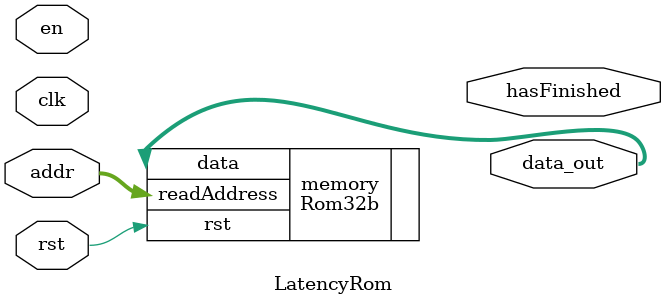
<source format=v>
`ifndef __LatencyRom_v__
`define __LatencyRom_v__

`include "Components/memory/rom32b.v"

module LatencyRom(
    clk,
    rst,
    en,
    addr,
    data_out,
    hasFinished  // only persists for one `clk` circle.
);
    input wire  clk;
    input wire  rst;
    input wire  en;
    input wire  [31:0] addr;
    output wire [31:0] data_out;
    output reg  hasFinished;  // only persists for one `clk` circle.

    reg [3:0] clkdiv = 0; 

    always @ (posedge clk)begin
        if (rst) clkdiv <= 0;
        else clkdiv <= clkdiv + 1;
    end

    wire clk_latency;
    assign clk_latency = clkdiv[3];

    wire hasTaskTriggered = !clk_latency;

`include "Components/memory/LatencyMainLogic.vh"

    Rom32b memory(
        .rst(rst),
        .readAddress(addr[31:0]),
        .data(data_out[31:0])
    );
endmodule

`endif

</source>
